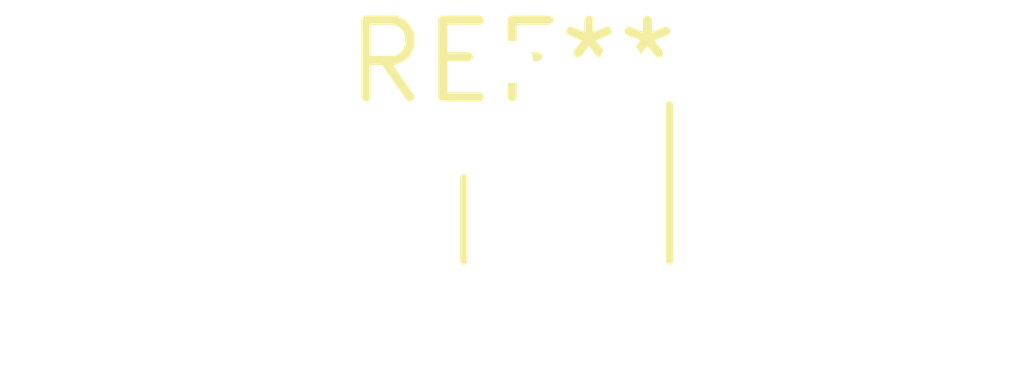
<source format=kicad_pcb>
(kicad_pcb (version 20240108) (generator pcbnew)
  (layers (0 "F.Cu" signal) (31 "B.Cu" signal) (34 "B.Paste" user) (35 "F.Paste" user) (36 "B.SilkS" user "B.Silkscreen") (37 "F.SilkS" user "F.Silkscreen") (38 "B.Mask" user) (39 "F.Mask" user) (44 "Edge.Cuts" user))
  (net 0 "")
  (footprint "Kodenshi_SG105F" (layer "F.Cu") (at 0 0)
    (property "Reference" "REF**")
    (property "Value" "Kodenshi_SG105F")
    (fp_line (start -0.8 1.92) (end -0.8 3.3) (layer "F.SilkS") (stroke (width 0.12)))
    (fp_line (start 2.6 3.3) (end 2.6 0.71) (layer "F.SilkS") (stroke (width 0.12)))
    (pad "1" thru_hole roundrect (at 0 0) (size 1.1 1.5) (drill 0.7) (layers *.Cu *.Mask) (remove_unused_layers) (roundrect_rratio 0.227))
    (pad "2" thru_hole oval (at 0 4) (size 1.1 1.5) (drill 0.7) (layers *.Cu *.Mask) (remove_unused_layers))
    (pad "3" thru_hole oval (at 1.8 4) (size 1.1 1.5) (drill 0.7) (layers *.Cu *.Mask) (remove_unused_layers))
    (pad "4" thru_hole oval (at 1.8 0) (size 1.1 1.5) (drill 0.7) (layers *.Cu *.Mask) (remove_unused_layers))
  )
)
</source>
